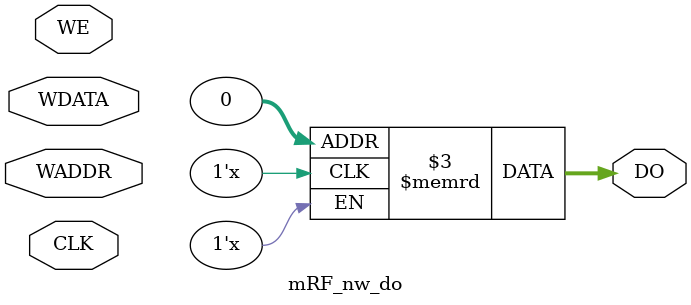
<source format=v>
/*
Copyright 2021 GaoZiBo <diyer175@hotmail.com>
Powered by YSYX https://oscpu.github.io/ysyx

Licensed under The MIT License (MIT).
-------------------------------------
Permission is hereby granted, free of charge, to any person obtaining a copy of
this software and associated documentation files (the "Software"), to deal in
the Software without restriction, including without limitation the rights to
use, copy, modify, merge, publish, distribute, sublicense, and/or sell copies of
the Software, and to permit persons to whom the Software is furnished to do so,
subject to the following conditions:

The above copyright notice and this permission notice shall be included in all
copies or substantial portions of the Software.

THE SOFTWARE IS PROVIDED "AS IS", WITHOUT WARRANTY OF ANY KIND, EXPRESS OR
IMPLIED,INCLUDING BUT NOT LIMITED TO THE WARRANTIES OF MERCHANTABILITY, FITNESS
FOR A PARTICULAR PURPOSE AND NONINFRINGEMENT. IN NO EVENT SHALL THE AUTHORS OR
COPYRIGHT HOLDERS BE LIABLE FOR ANY CLAIM, DAMAGES OR OTHER LIABILITY, WHETHER
IN AN ACTION OF CONTRACT, TORT OR OTHERWISE, ARISING FROM, OUT OF OR IN
CONNECTION WITH THE SOFTWARE OR THE USE OR OTHER DEALINGS IN THE SOFTWARE.
 */

`include "ncpu64k_config.vh"

`ifndef rst

module mRF_nw_do
#(
   parameter DW = 0,
   parameter AW = 0,
   parameter NUM_WRITE = 0
)
(
   input CLK,
   input [NUM_WRITE-1:0] WE,
   input [AW*NUM_WRITE-1:0] WADDR,
   input [DW*NUM_WRITE-1:0] WDATA,
   output [DW*(1<<AW)-1:0] DO
);
   reg [DW-1:0] regfile [(1<<AW)-1:0];
   genvar i;
   integer j;
   
   always @(posedge CLK)
      for(j=0;j<NUM_WRITE;j=j+1) // This generates a priority MUX to resolve WAW hazard, if we have multiple write ports.
         if (WE[j])
            regfile[WADDR[j*AW +: AW]] <= WDATA[j*DW +: DW];
   
   generate for(i=0;i<(1<<AW);i=i+1)
      begin : gen_do
         assign DO[i * DW +: DW] = regfile[i];
      end
   endgenerate
   
   // synthesis translate_off
`ifndef SYNTHESIS

   initial
      for(j=0;j<(1<<AW);j=j+1)
         regfile[j] = {DW{{$random}[0]}}; // random value since there is no reset port

`endif
   // synthesis translate_on
   
endmodule

`endif

</source>
